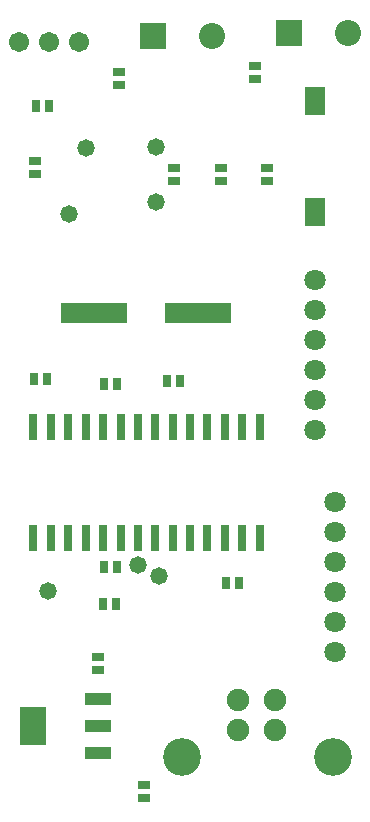
<source format=gts>
%FSLAX44Y44*%
%MOMM*%
G71*
G01*
G75*
G04 Layer_Color=8388736*
%ADD10R,2.0000X3.1000*%
%ADD11R,2.0000X0.8400*%
%ADD12R,5.5000X1.5000*%
%ADD13R,0.6000X0.9000*%
%ADD14R,0.9000X0.6000*%
%ADD15R,0.6000X2.0000*%
%ADD16R,1.6000X2.1800*%
%ADD17C,1.0000*%
%ADD18C,0.2540*%
%ADD19C,0.5000*%
%ADD20C,0.4000*%
%ADD21C,0.3000*%
%ADD22C,1.7000*%
%ADD23C,3.0000*%
%ADD24C,2.0000*%
%ADD25R,2.0000X2.0000*%
%ADD26C,1.6000*%
%ADD27C,1.5000*%
%ADD28C,1.2700*%
%ADD29C,0.1000*%
%ADD30C,0.2000*%
%ADD31R,2.2032X3.3032*%
%ADD32R,2.2032X1.0432*%
%ADD33R,5.7032X1.7032*%
%ADD34R,0.8032X1.1032*%
%ADD35R,1.1032X0.8032*%
%ADD36R,0.8032X2.2032*%
%ADD37R,1.8032X2.3832*%
%ADD38C,1.9032*%
%ADD39C,3.2032*%
%ADD40C,2.2032*%
%ADD41R,2.2032X2.2032*%
%ADD42C,1.8032*%
%ADD43C,1.7032*%
%ADD44C,1.4732*%
D31*
X289560Y628650D02*
D03*
D32*
X344170Y651650D02*
D03*
Y628650D02*
D03*
Y605650D02*
D03*
D33*
X429320Y977900D02*
D03*
X341320D02*
D03*
D34*
X463550Y749300D02*
D03*
X452550D02*
D03*
X414020Y920750D02*
D03*
X403020D02*
D03*
X360680Y918210D02*
D03*
X349680D02*
D03*
X300990Y922020D02*
D03*
X289990D02*
D03*
X359410Y731520D02*
D03*
X348410D02*
D03*
X360680Y763270D02*
D03*
X349680D02*
D03*
X292100Y1153160D02*
D03*
X303100D02*
D03*
D35*
X344170Y687070D02*
D03*
Y676070D02*
D03*
X408940Y1101090D02*
D03*
Y1090090D02*
D03*
X487680Y1101090D02*
D03*
Y1090090D02*
D03*
X290830Y1096010D02*
D03*
Y1107010D02*
D03*
X361950Y1182370D02*
D03*
Y1171370D02*
D03*
X477520Y1176020D02*
D03*
Y1187020D02*
D03*
X448310Y1089660D02*
D03*
Y1100660D02*
D03*
X383540Y567690D02*
D03*
Y578690D02*
D03*
D36*
X289830Y787220D02*
D03*
X304580D02*
D03*
Y881220D02*
D03*
X289830D02*
D03*
X466580D02*
D03*
X451830D02*
D03*
X422330D02*
D03*
X437080D02*
D03*
X378330D02*
D03*
X363580D02*
D03*
X393080D02*
D03*
X407830D02*
D03*
X348830D02*
D03*
X319330D02*
D03*
X334080D02*
D03*
Y787220D02*
D03*
X319330D02*
D03*
X348830D02*
D03*
X407830D02*
D03*
X393080D02*
D03*
X363580D02*
D03*
X378330D02*
D03*
X437080D02*
D03*
X422330D02*
D03*
X451830D02*
D03*
X466580D02*
D03*
X481330Y881220D02*
D03*
Y787220D02*
D03*
D37*
X528320Y1063690D02*
D03*
Y1157690D02*
D03*
D38*
X463290Y649980D02*
D03*
X494290D02*
D03*
Y624980D02*
D03*
X463290D02*
D03*
D39*
X415290Y601980D02*
D03*
X543290D02*
D03*
D40*
X556260Y1215390D02*
D03*
X440690Y1212850D02*
D03*
D41*
X506260Y1215390D02*
D03*
X390690Y1212850D02*
D03*
D42*
X528320Y1005730D02*
D03*
Y980330D02*
D03*
Y954930D02*
D03*
Y929530D02*
D03*
Y904130D02*
D03*
Y878730D02*
D03*
X544830Y817770D02*
D03*
Y792370D02*
D03*
Y766970D02*
D03*
Y741570D02*
D03*
Y716170D02*
D03*
Y690770D02*
D03*
D43*
X328500Y1207340D02*
D03*
X303100D02*
D03*
X277500D02*
D03*
D44*
X396240Y755650D02*
D03*
X378460Y764540D02*
D03*
X393700Y1071880D02*
D03*
X320040Y1061720D02*
D03*
X393700Y1118870D02*
D03*
X334010Y1117600D02*
D03*
X302260Y742950D02*
D03*
M02*

</source>
